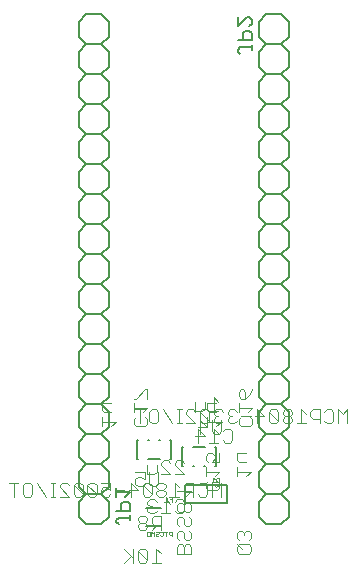
<source format=gbo>
G75*
G70*
%OFA0B0*%
%FSLAX24Y24*%
%IPPOS*%
%LPD*%
%AMOC8*
5,1,8,0,0,1.08239X$1,22.5*
%
%ADD10C,0.0060*%
%ADD11C,0.0050*%
%ADD12C,0.0080*%
%ADD13C,0.0010*%
%ADD14C,0.0040*%
D10*
X001930Y002130D02*
X001930Y002630D01*
X002180Y002880D01*
X001930Y003130D01*
X001930Y003630D01*
X002180Y003880D01*
X001930Y004130D01*
X001930Y004630D01*
X002180Y004880D01*
X001930Y005130D01*
X001930Y005630D01*
X002180Y005880D01*
X001930Y006130D01*
X001930Y006630D01*
X002180Y006880D01*
X001930Y007130D01*
X001930Y007630D01*
X002180Y007880D01*
X001930Y008130D01*
X001930Y008630D01*
X002180Y008880D01*
X001930Y009130D01*
X001930Y009630D01*
X002180Y009880D01*
X001930Y010130D01*
X001930Y010630D01*
X002180Y010880D01*
X001930Y011130D01*
X001930Y011630D01*
X002180Y011880D01*
X001930Y012130D01*
X001930Y012630D01*
X002180Y012880D01*
X001930Y013130D01*
X001930Y013630D01*
X002180Y013880D01*
X001930Y014130D01*
X001930Y014630D01*
X002180Y014880D01*
X001930Y015130D01*
X001930Y015630D01*
X002180Y015880D01*
X001930Y016130D01*
X001930Y016630D01*
X002180Y016880D01*
X001930Y017130D01*
X001930Y017630D01*
X002180Y017880D01*
X001930Y018130D01*
X001930Y018630D01*
X002180Y018880D01*
X002680Y018880D01*
X002930Y018630D01*
X002930Y018130D01*
X002680Y017880D01*
X002930Y017630D01*
X002930Y017130D01*
X002680Y016880D01*
X002930Y016630D01*
X002930Y016130D01*
X002680Y015880D01*
X002930Y015630D01*
X002930Y015130D01*
X002680Y014880D01*
X002930Y014630D01*
X002930Y014130D01*
X002680Y013880D01*
X002930Y013630D01*
X002930Y013130D01*
X002680Y012880D01*
X002930Y012630D01*
X002930Y012130D01*
X002680Y011880D01*
X002930Y011630D01*
X002930Y011130D01*
X002680Y010880D01*
X002930Y010630D01*
X002930Y010130D01*
X002680Y009880D01*
X002930Y009630D01*
X002930Y009130D01*
X002680Y008880D01*
X002930Y008630D01*
X002930Y008130D01*
X002680Y007880D01*
X002930Y007630D01*
X002930Y007130D01*
X002680Y006880D01*
X002180Y006880D01*
X002680Y006880D02*
X002930Y006630D01*
X002930Y006130D01*
X002680Y005880D01*
X002930Y005630D01*
X002930Y005130D01*
X002680Y004880D01*
X002180Y004880D01*
X002680Y004880D02*
X002930Y004630D01*
X002930Y004130D01*
X002680Y003880D01*
X002180Y003880D01*
X002680Y003880D02*
X002930Y003630D01*
X002930Y003130D01*
X002680Y002880D01*
X002180Y002880D01*
X002680Y002880D02*
X002930Y002630D01*
X002930Y002130D01*
X002680Y001880D01*
X002180Y001880D01*
X001930Y002130D01*
X002180Y005880D02*
X002680Y005880D01*
X002680Y007880D02*
X002180Y007880D01*
X002180Y008880D02*
X002680Y008880D01*
X002680Y009880D02*
X002180Y009880D01*
X002180Y010880D02*
X002680Y010880D01*
X002680Y011880D02*
X002180Y011880D01*
X002180Y012880D02*
X002680Y012880D01*
X002680Y013880D02*
X002180Y013880D01*
X002180Y014880D02*
X002680Y014880D01*
X002680Y015880D02*
X002180Y015880D01*
X002180Y016880D02*
X002680Y016880D01*
X002680Y017880D02*
X002180Y017880D01*
X007930Y017630D02*
X007930Y017130D01*
X008180Y016880D01*
X007930Y016630D01*
X007930Y016130D01*
X008180Y015880D01*
X007930Y015630D01*
X007930Y015130D01*
X008180Y014880D01*
X007930Y014630D01*
X007930Y014130D01*
X008180Y013880D01*
X007930Y013630D01*
X007930Y013130D01*
X008180Y012880D01*
X007930Y012630D01*
X007930Y012130D01*
X008180Y011880D01*
X007930Y011630D01*
X007930Y011130D01*
X008180Y010880D01*
X007930Y010630D01*
X007930Y010130D01*
X008180Y009880D01*
X007930Y009630D01*
X007930Y009130D01*
X008180Y008880D01*
X007930Y008630D01*
X007930Y008130D01*
X008180Y007880D01*
X007930Y007630D01*
X007930Y007130D01*
X008180Y006880D01*
X007930Y006630D01*
X007930Y006130D01*
X008180Y005880D01*
X007930Y005630D01*
X007930Y005130D01*
X008180Y004880D01*
X007930Y004630D01*
X007930Y004130D01*
X008180Y003880D01*
X007930Y003630D01*
X007930Y003130D01*
X008180Y002880D01*
X007930Y002630D01*
X007930Y002130D01*
X008180Y001880D01*
X008680Y001880D01*
X008930Y002130D01*
X008930Y002630D01*
X008680Y002880D01*
X008930Y003130D01*
X008930Y003630D01*
X008680Y003880D01*
X008930Y004130D01*
X008930Y004630D01*
X008680Y004880D01*
X008930Y005130D01*
X008930Y005630D01*
X008680Y005880D01*
X008930Y006130D01*
X008930Y006630D01*
X008680Y006880D01*
X008930Y007130D01*
X008930Y007630D01*
X008680Y007880D01*
X008930Y008130D01*
X008930Y008630D01*
X008680Y008880D01*
X008930Y009130D01*
X008930Y009630D01*
X008680Y009880D01*
X008930Y010130D01*
X008930Y010630D01*
X008680Y010880D01*
X008930Y011130D01*
X008930Y011630D01*
X008680Y011880D01*
X008930Y012130D01*
X008930Y012630D01*
X008680Y012880D01*
X008930Y013130D01*
X008930Y013630D01*
X008680Y013880D01*
X008930Y014130D01*
X008930Y014630D01*
X008680Y014880D01*
X008180Y014880D01*
X008180Y015880D02*
X008680Y015880D01*
X008930Y015630D01*
X008930Y015130D01*
X008680Y014880D01*
X008680Y015880D02*
X008930Y016130D01*
X008930Y016630D01*
X008680Y016880D01*
X008930Y017130D01*
X008930Y017630D01*
X008680Y017880D01*
X008930Y018130D01*
X008930Y018630D01*
X008680Y018880D01*
X008180Y018880D01*
X007930Y018630D01*
X007930Y018130D01*
X008180Y017880D01*
X007930Y017630D01*
X008180Y017880D02*
X008680Y017880D01*
X008680Y016880D02*
X008180Y016880D01*
X008180Y013880D02*
X008680Y013880D01*
X008680Y012880D02*
X008180Y012880D01*
X008180Y011880D02*
X008680Y011880D01*
X008680Y010880D02*
X008180Y010880D01*
X008180Y009880D02*
X008680Y009880D01*
X008680Y008880D02*
X008180Y008880D01*
X008180Y007880D02*
X008680Y007880D01*
X008680Y006880D02*
X008180Y006880D01*
X008180Y005880D02*
X008680Y005880D01*
X008680Y004880D02*
X008180Y004880D01*
X008180Y003880D02*
X008680Y003880D01*
X008680Y002880D02*
X008180Y002880D01*
X006490Y003811D02*
X006453Y003811D01*
X006490Y003811D02*
X006490Y004449D01*
X006453Y004449D01*
X006135Y004449D02*
X005724Y004449D01*
X005407Y004449D02*
X005370Y004449D01*
X005370Y003811D01*
X005407Y003811D01*
X005724Y003811D02*
X005761Y003811D01*
X006098Y003811D02*
X006135Y003811D01*
X004990Y004061D02*
X004953Y004061D01*
X004990Y004061D02*
X004990Y004699D01*
X004953Y004699D01*
X004635Y004699D02*
X004598Y004699D01*
X004261Y004699D02*
X004224Y004699D01*
X003907Y004699D02*
X003870Y004699D01*
X003870Y004061D01*
X003907Y004061D01*
X004224Y004061D02*
X004635Y004061D01*
D11*
X005480Y003180D02*
X005480Y002580D01*
X006880Y002580D01*
X006880Y003180D01*
X005480Y003180D01*
X003625Y002946D02*
X003175Y002946D01*
X003175Y002796D02*
X003175Y003096D01*
X003400Y002636D02*
X003325Y002561D01*
X003325Y002335D01*
X003250Y002100D02*
X003625Y002100D01*
X003625Y002025D02*
X003625Y002175D01*
X003625Y002335D02*
X003625Y002561D01*
X003550Y002636D01*
X003400Y002636D01*
X003475Y002796D02*
X003625Y002946D01*
X003625Y002335D02*
X003175Y002335D01*
X003250Y002100D02*
X003175Y002025D01*
X003175Y001950D01*
X003250Y001875D01*
X007310Y017554D02*
X007235Y017629D01*
X007235Y017704D01*
X007310Y017779D01*
X007685Y017779D01*
X007685Y017704D02*
X007685Y017854D01*
X007685Y018014D02*
X007685Y018239D01*
X007610Y018314D01*
X007460Y018314D01*
X007385Y018239D01*
X007385Y018014D01*
X007235Y018014D02*
X007685Y018014D01*
X007610Y018475D02*
X007685Y018550D01*
X007685Y018700D01*
X007610Y018775D01*
X007535Y018775D01*
X007235Y018475D01*
X007235Y018775D01*
D12*
X004680Y002430D02*
X004180Y002430D01*
X004180Y001830D02*
X004680Y001830D01*
D13*
X004655Y001635D02*
X004705Y001635D01*
X004730Y001610D01*
X004730Y001510D01*
X004705Y001485D01*
X004655Y001485D01*
X004630Y001510D01*
X004583Y001510D02*
X004558Y001485D01*
X004508Y001485D01*
X004483Y001510D01*
X004483Y001535D01*
X004508Y001560D01*
X004558Y001560D01*
X004583Y001585D01*
X004583Y001610D01*
X004558Y001635D01*
X004508Y001635D01*
X004483Y001610D01*
X004436Y001635D02*
X004436Y001485D01*
X004336Y001485D02*
X004336Y001635D01*
X004386Y001585D01*
X004436Y001635D01*
X004288Y001635D02*
X004288Y001485D01*
X004213Y001485D01*
X004188Y001510D01*
X004188Y001610D01*
X004213Y001635D01*
X004288Y001635D01*
X004630Y001610D02*
X004655Y001635D01*
X004778Y001635D02*
X004878Y001635D01*
X004828Y001635D02*
X004828Y001485D01*
X004925Y001560D02*
X004950Y001535D01*
X005025Y001535D01*
X005025Y001485D02*
X005025Y001635D01*
X004950Y001635D01*
X004925Y001610D01*
X004925Y001560D01*
X004878Y002635D02*
X004778Y002635D01*
X004828Y002635D02*
X004828Y002785D01*
X004878Y002735D01*
X004925Y002785D02*
X005025Y002785D01*
X005025Y002635D01*
X005025Y002710D02*
X004975Y002710D01*
X006361Y003279D02*
X006461Y003279D01*
X006411Y003279D02*
X006411Y003429D01*
X006461Y003379D01*
X006508Y003404D02*
X006533Y003429D01*
X006608Y003429D01*
X006608Y003279D01*
X006533Y003279D01*
X006508Y003304D01*
X006508Y003404D01*
D14*
X000138Y002800D02*
X000061Y002877D01*
X000061Y003184D01*
X000138Y003260D01*
X000291Y003260D01*
X000368Y003184D01*
X000368Y002877D01*
X000291Y002800D01*
X000138Y002800D01*
X-000246Y002800D02*
X-000246Y003260D01*
X-000399Y003260D02*
X-000092Y003260D01*
X000521Y003260D02*
X000828Y002800D01*
X000982Y002800D02*
X001135Y002800D01*
X001059Y002800D02*
X001059Y003260D01*
X001135Y003260D02*
X000982Y003260D01*
X001289Y003184D02*
X001365Y003260D01*
X001519Y003260D01*
X001596Y003184D01*
X001749Y003184D02*
X001749Y002877D01*
X001826Y002800D01*
X001979Y002800D01*
X002056Y002877D01*
X001749Y003184D01*
X001826Y003260D01*
X001979Y003260D01*
X002056Y003184D01*
X002056Y002877D01*
X002209Y002877D02*
X002286Y002800D01*
X002440Y002800D01*
X002516Y002877D01*
X002209Y003184D01*
X002209Y002877D01*
X002209Y003184D02*
X002286Y003260D01*
X002440Y003260D01*
X002516Y003184D01*
X002516Y002877D01*
X002670Y002877D02*
X002747Y002800D01*
X002900Y002800D01*
X002977Y002877D01*
X002977Y003030D02*
X002823Y003107D01*
X002747Y003107D01*
X002670Y003030D01*
X002670Y002877D01*
X002670Y003260D02*
X002977Y003260D01*
X002977Y003030D01*
X003130Y003030D02*
X003437Y003030D01*
X003591Y003030D02*
X003898Y003030D01*
X003667Y003260D01*
X003667Y002800D01*
X003890Y003150D02*
X003813Y003227D01*
X003813Y003380D01*
X003890Y003457D01*
X003967Y003457D01*
X004120Y003380D01*
X004120Y003610D01*
X003813Y003610D01*
X003890Y003150D02*
X004044Y003150D01*
X004120Y003227D01*
X004128Y003260D02*
X004051Y003184D01*
X004358Y002877D01*
X004281Y002800D01*
X004128Y002800D01*
X004051Y002877D01*
X004051Y003184D01*
X004128Y003260D02*
X004281Y003260D01*
X004358Y003184D01*
X004358Y002877D01*
X004511Y002877D02*
X004588Y002800D01*
X004742Y002800D01*
X004818Y002877D01*
X004818Y002953D01*
X004742Y003030D01*
X004588Y003030D01*
X004511Y002953D01*
X004511Y002877D01*
X004588Y003030D02*
X004511Y003107D01*
X004511Y003184D01*
X004588Y003260D01*
X004742Y003260D01*
X004818Y003184D01*
X004818Y003107D01*
X004742Y003030D01*
X004581Y003227D02*
X004504Y003150D01*
X004351Y003150D01*
X004274Y003227D01*
X004274Y003610D01*
X004213Y003550D02*
X004213Y003857D01*
X004213Y003550D02*
X004444Y003550D01*
X004520Y003627D01*
X004520Y003857D01*
X004581Y003610D02*
X004581Y003227D01*
X004674Y003550D02*
X004981Y003550D01*
X004674Y003857D01*
X004674Y003934D01*
X004751Y004010D01*
X004904Y004010D01*
X004981Y003934D01*
X005134Y003934D02*
X005134Y003857D01*
X005441Y003550D01*
X005134Y003550D01*
X005125Y003260D02*
X005125Y002800D01*
X005211Y002710D02*
X005134Y002634D01*
X005211Y002710D02*
X005364Y002710D01*
X005441Y002634D01*
X005441Y002327D01*
X005364Y002250D01*
X005211Y002250D01*
X005134Y002327D01*
X005200Y002358D02*
X005200Y002511D01*
X005277Y002588D01*
X005353Y002588D01*
X005430Y002511D01*
X005430Y002358D01*
X005507Y002281D01*
X005584Y002281D01*
X005660Y002358D01*
X005660Y002511D01*
X005584Y002588D01*
X005507Y002588D01*
X005430Y002511D01*
X005430Y002358D02*
X005353Y002281D01*
X005277Y002281D01*
X005200Y002358D01*
X005277Y002128D02*
X005200Y002051D01*
X005200Y001898D01*
X005277Y001821D01*
X005277Y001667D02*
X005200Y001591D01*
X005200Y001437D01*
X005277Y001360D01*
X005277Y001207D02*
X005200Y001130D01*
X005200Y000900D01*
X005660Y000900D01*
X005660Y001130D01*
X005584Y001207D01*
X005507Y001207D01*
X005430Y001130D01*
X005430Y000900D01*
X005430Y001130D02*
X005353Y001207D01*
X005277Y001207D01*
X005507Y001360D02*
X005430Y001437D01*
X005430Y001591D01*
X005353Y001667D01*
X005277Y001667D01*
X005507Y001821D02*
X005430Y001898D01*
X005430Y002051D01*
X005353Y002128D01*
X005277Y002128D01*
X004981Y002250D02*
X004674Y002250D01*
X004660Y002160D02*
X004430Y002160D01*
X004353Y002084D01*
X004353Y001930D01*
X004430Y001853D01*
X004660Y001853D01*
X004660Y001700D02*
X004660Y002160D01*
X004520Y002327D02*
X004444Y002250D01*
X004290Y002250D01*
X004213Y002327D01*
X004213Y002403D01*
X004290Y002480D01*
X004367Y002480D01*
X004290Y002480D02*
X004213Y002557D01*
X004213Y002634D01*
X004290Y002710D01*
X004444Y002710D01*
X004520Y002634D01*
X004827Y002710D02*
X004827Y002250D01*
X004981Y002557D02*
X004827Y002710D01*
X004972Y002800D02*
X005279Y002800D01*
X005200Y002972D02*
X005660Y002972D01*
X005430Y002742D01*
X005430Y003048D01*
X005432Y003030D02*
X005509Y002953D01*
X005739Y002953D01*
X005739Y002800D02*
X005739Y003260D01*
X005509Y003260D01*
X005432Y003184D01*
X005432Y003030D01*
X005279Y003107D02*
X005125Y003260D01*
X005134Y003934D02*
X005211Y004010D01*
X005364Y004010D01*
X005441Y003934D01*
X005890Y004600D02*
X005890Y005060D01*
X006120Y004830D01*
X005813Y004830D01*
X005969Y004900D02*
X005969Y005360D01*
X006200Y005130D01*
X005893Y005130D01*
X005808Y005250D02*
X005502Y005557D01*
X005502Y005634D01*
X005578Y005710D01*
X005732Y005710D01*
X005808Y005634D01*
X005813Y005650D02*
X005813Y005957D01*
X005813Y005650D02*
X006044Y005650D01*
X006120Y005727D01*
X006120Y005957D01*
X006200Y005917D02*
X006507Y005917D01*
X006581Y005957D02*
X006427Y006110D01*
X006427Y005650D01*
X006422Y005634D02*
X006499Y005710D01*
X006653Y005710D01*
X006729Y005634D01*
X006581Y005650D02*
X006274Y005650D01*
X006269Y005634D02*
X006192Y005710D01*
X006039Y005710D01*
X005962Y005634D01*
X006269Y005327D01*
X006192Y005250D01*
X006039Y005250D01*
X005962Y005327D01*
X005962Y005634D01*
X005808Y005250D02*
X005502Y005250D01*
X005348Y005250D02*
X005195Y005250D01*
X005271Y005250D02*
X005271Y005710D01*
X005195Y005710D02*
X005348Y005710D01*
X005041Y005250D02*
X004734Y005710D01*
X004581Y005634D02*
X004581Y005327D01*
X004504Y005250D01*
X004351Y005250D01*
X004274Y005327D01*
X004274Y005634D01*
X004351Y005710D01*
X004504Y005710D01*
X004581Y005634D01*
X004210Y005764D02*
X003750Y005764D01*
X003813Y005710D02*
X004120Y005710D01*
X004210Y005764D02*
X004057Y005610D01*
X003967Y005710D02*
X003967Y005250D01*
X003827Y005150D02*
X004134Y005150D01*
X004210Y005227D01*
X004210Y005380D01*
X004134Y005457D01*
X004210Y006071D02*
X004210Y006378D01*
X004134Y006378D01*
X003827Y006071D01*
X003750Y006071D01*
X003750Y005917D02*
X003750Y005610D01*
X003827Y005457D02*
X003750Y005380D01*
X003750Y005227D01*
X003827Y005150D01*
X003160Y005303D02*
X002700Y005303D01*
X002700Y005150D02*
X002700Y005457D01*
X002777Y005610D02*
X002700Y005687D01*
X002700Y005917D01*
X003007Y005917D01*
X003007Y005610D02*
X002777Y005610D01*
X003160Y005303D02*
X003007Y005150D01*
X001289Y003107D02*
X001596Y002800D01*
X001289Y002800D01*
X001289Y003107D02*
X001289Y003184D01*
X003432Y001060D02*
X003739Y000753D01*
X003662Y000830D02*
X003432Y000600D01*
X003739Y000600D02*
X003739Y001060D01*
X003893Y000984D02*
X003893Y000677D01*
X003969Y000600D01*
X004123Y000600D01*
X004200Y000677D01*
X003893Y000984D01*
X003969Y001060D01*
X004123Y001060D01*
X004200Y000984D01*
X004200Y000677D01*
X004353Y000600D02*
X004660Y000600D01*
X004506Y000600D02*
X004506Y001060D01*
X004660Y000907D01*
X004353Y001700D02*
X004506Y001853D01*
X004200Y001853D02*
X004123Y001930D01*
X003969Y001930D01*
X003893Y001853D01*
X003893Y001777D01*
X003969Y001700D01*
X004123Y001700D01*
X004200Y001777D01*
X004200Y001853D01*
X004123Y001930D02*
X004200Y002007D01*
X004200Y002084D01*
X004123Y002160D01*
X003969Y002160D01*
X003893Y002084D01*
X003893Y002007D01*
X003969Y001930D01*
X005507Y001821D02*
X005584Y001821D01*
X005660Y001898D01*
X005660Y002051D01*
X005584Y002128D01*
X005584Y001667D02*
X005660Y001591D01*
X005660Y001437D01*
X005584Y001360D01*
X005507Y001360D01*
X005969Y002800D02*
X005893Y002877D01*
X005969Y002800D02*
X006123Y002800D01*
X006200Y002877D01*
X006200Y003184D01*
X006123Y003260D01*
X005969Y003260D01*
X005893Y003184D01*
X006150Y003249D02*
X006227Y003326D01*
X006150Y003249D02*
X006150Y003096D01*
X006227Y003019D01*
X006534Y003019D01*
X006610Y003096D01*
X006610Y003249D01*
X006534Y003326D01*
X006660Y003260D02*
X006506Y003107D01*
X006353Y003260D01*
X006353Y002800D01*
X006660Y002800D02*
X006660Y003260D01*
X006457Y003479D02*
X006610Y003633D01*
X006150Y003633D01*
X006150Y003786D02*
X006150Y003479D01*
X006227Y003940D02*
X006150Y004016D01*
X006150Y004170D01*
X006227Y004247D01*
X006380Y004247D01*
X006457Y004170D01*
X006457Y004093D01*
X006380Y003940D01*
X006610Y003940D01*
X006610Y004247D01*
X006581Y004600D02*
X006274Y004600D01*
X006430Y004900D02*
X006353Y004977D01*
X006353Y005360D01*
X006422Y005327D02*
X006499Y005250D01*
X006653Y005250D01*
X006729Y005327D01*
X006660Y005303D02*
X006200Y005303D01*
X006269Y005327D02*
X006269Y005634D01*
X006277Y005610D02*
X006200Y005687D01*
X006200Y005917D01*
X006277Y005610D02*
X006507Y005610D01*
X006422Y005634D02*
X006422Y005557D01*
X006499Y005480D01*
X006422Y005403D01*
X006422Y005327D01*
X006499Y005480D02*
X006576Y005480D01*
X006660Y005360D02*
X006660Y004977D01*
X006583Y004900D01*
X006430Y004900D01*
X006581Y004907D02*
X006427Y005060D01*
X006427Y004600D01*
X006507Y005150D02*
X006660Y005303D01*
X006811Y005060D02*
X006964Y005060D01*
X007041Y004984D01*
X007041Y004677D01*
X006964Y004600D01*
X006811Y004600D01*
X006734Y004677D01*
X006734Y004984D02*
X006811Y005060D01*
X006959Y005250D02*
X006883Y005327D01*
X006883Y005403D01*
X006959Y005480D01*
X007036Y005480D01*
X006959Y005480D02*
X006883Y005557D01*
X006883Y005634D01*
X006959Y005710D01*
X007113Y005710D01*
X007190Y005634D01*
X007250Y005610D02*
X007250Y005917D01*
X007250Y005764D02*
X007710Y005764D01*
X007557Y005610D01*
X007650Y005480D02*
X007343Y005480D01*
X007327Y005457D02*
X007250Y005380D01*
X007250Y005227D01*
X007327Y005150D01*
X007634Y005150D01*
X007710Y005227D01*
X007710Y005380D01*
X007634Y005457D01*
X007803Y005480D02*
X008110Y005480D01*
X007880Y005710D01*
X007880Y005250D01*
X008264Y005327D02*
X008341Y005250D01*
X008494Y005250D01*
X008571Y005327D01*
X008264Y005634D01*
X008264Y005327D01*
X008264Y005634D02*
X008341Y005710D01*
X008494Y005710D01*
X008571Y005634D01*
X008571Y005327D01*
X008724Y005327D02*
X008801Y005250D01*
X008954Y005250D01*
X009031Y005327D01*
X009031Y005403D01*
X008954Y005480D01*
X008801Y005480D01*
X008724Y005403D01*
X008724Y005327D01*
X008801Y005480D02*
X008724Y005557D01*
X008724Y005634D01*
X008801Y005710D01*
X008954Y005710D01*
X009031Y005634D01*
X009031Y005557D01*
X008954Y005480D01*
X009185Y005250D02*
X009492Y005250D01*
X009338Y005250D02*
X009338Y005710D01*
X009492Y005557D01*
X009645Y005634D02*
X009645Y005480D01*
X009722Y005403D01*
X009952Y005403D01*
X009952Y005250D02*
X009952Y005710D01*
X009722Y005710D01*
X009645Y005634D01*
X010105Y005634D02*
X010182Y005710D01*
X010336Y005710D01*
X010412Y005634D01*
X010412Y005327D01*
X010336Y005250D01*
X010182Y005250D01*
X010105Y005327D01*
X010566Y005250D02*
X010566Y005710D01*
X010719Y005557D01*
X010873Y005710D01*
X010873Y005250D01*
X007710Y006378D02*
X007634Y006224D01*
X007480Y006071D01*
X007480Y006301D01*
X007403Y006378D01*
X007327Y006378D01*
X007250Y006301D01*
X007250Y006148D01*
X007327Y006071D01*
X007480Y006071D01*
X007190Y005327D02*
X007113Y005250D01*
X006959Y005250D01*
X007200Y004247D02*
X007507Y004247D01*
X007507Y003940D02*
X007277Y003940D01*
X007200Y004016D01*
X007200Y004247D01*
X007200Y003786D02*
X007200Y003479D01*
X007200Y003633D02*
X007660Y003633D01*
X007507Y003479D01*
X007507Y001667D02*
X007430Y001591D01*
X007353Y001667D01*
X007277Y001667D01*
X007200Y001591D01*
X007200Y001437D01*
X007277Y001360D01*
X007277Y001207D02*
X007200Y001130D01*
X007200Y000977D01*
X007277Y000900D01*
X007584Y000900D01*
X007660Y000977D01*
X007660Y001130D01*
X007584Y001207D01*
X007277Y001207D01*
X007200Y001207D02*
X007353Y001053D01*
X007430Y001514D02*
X007430Y001591D01*
X007507Y001667D02*
X007584Y001667D01*
X007660Y001591D01*
X007660Y001437D01*
X007584Y001360D01*
X006200Y005150D02*
X006200Y005457D01*
M02*

</source>
